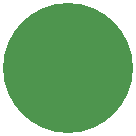
<source format=gbr>
%TF.GenerationSoftware,Altium Limited,Altium Designer,22.11.1 (43)*%
G04 Layer_Color=128*
%FSLAX45Y45*%
%MOMM*%
%TF.SameCoordinates,E77C6ACE-BB65-432D-A69C-5FF0F2C89B45*%
%TF.FilePolarity,Positive*%
%TF.FileFunction,Paste,Bot*%
%TF.Part,Single*%
G01*
G75*
%TA.AperFunction,SMDPad,CuDef*%
%ADD19C,11.00000*%
D19*
X1130300Y1231900D02*
D03*
%TF.MD5,85b4b9b15c9ee9adab3a286afcd6f16f*%
M02*

</source>
